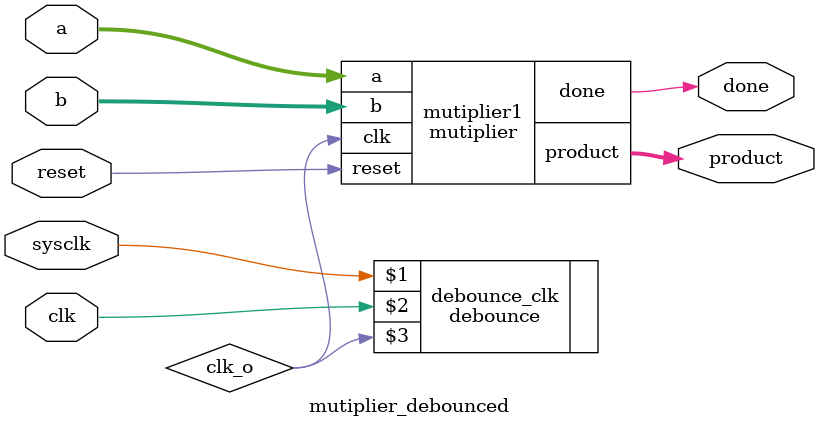
<source format=v>
module synchronous_up_counter(clk,reset,count);
  input clk;
  input reset;
  output [3:0] count;

  wire clk;
  wire reset;
  wire [3:0] count;

  d_latch d0(q_inverse0,1'b0,reset,clk,count[0],q_inverse0);
  d_latch d1(q_inverse1,q_inverse0,reset,clk,count[1],q_inverse1);
  d_latch d2(q_inverse2,enable2,reset,clk,count[2],q_inverse2);
  d_latch d3(q_inverse3,enable3,reset,clk,count[3],q_inverse3);
  nand nand_gate1(enable2,count[1],count[0]);
  nand nand_gate2(enable3,count[2],count[1],count[0]);

endmodule

module mutiplier(a,b,clk,reset,product,done);
  input [1:0] a;
  input [1:0] b;
  input clk;
  input reset;
  output [3:0] product;
  output done;  //¸ßµçÆ½±íÊ¾¼ÆËãÍê³É,µÍµçÆ½Ê¹ÄÜ

  wire [1:0] a;
  wire [1:0] b;
  wire clk;
  wire reset;
  wire [3:0] product;
  wire done;

  wire [3:0] count;

  accumulator accumulator1({2'b00,a},clk,done,reset,product,);

  synchronous_up_counter counter1(clk|done,reset,count);

  assign done=(count[1:0]==b);


endmodule

module mutiplier_debounced(sysclk,a,b,clk,reset,product,done);
  input sysclk;
  input [1:0] a;
  input [1:0] b;
  input clk;
  input reset;
  output [3:0] product;
  output done;  //¸ßµçÆ½±íÊ¾¼ÆËãÍê³É,µÍµçÆ½Ê¹ÄÜ

  wire sysclk;
  wire [1:0] a;
  wire [1:0] b;
  wire clk;
  wire reset;
  wire [3:0] product;
  wire done;

  debounce debounce_clk(sysclk,clk,clk_o);
  mutiplier mutiplier1(a,b,clk_o,reset,product,done);
endmodule

</source>
